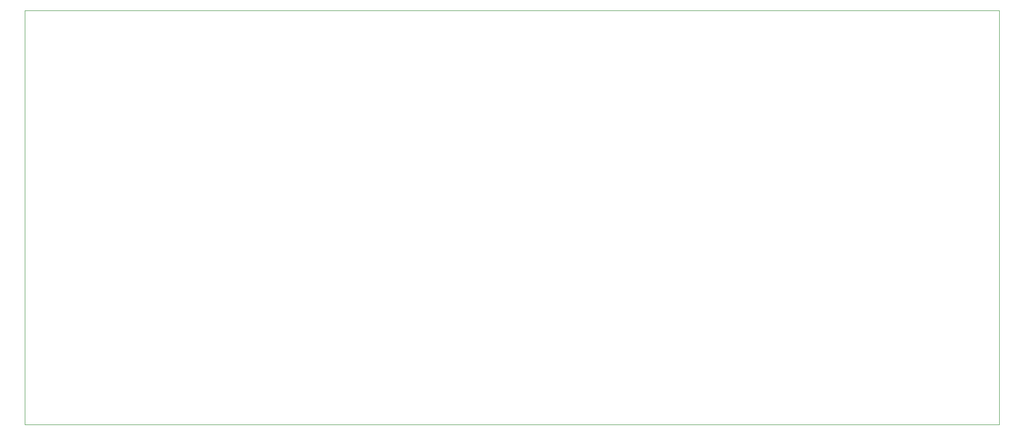
<source format=gbr>
%TF.GenerationSoftware,KiCad,Pcbnew,(6.0.0)*%
%TF.CreationDate,2022-01-24T17:43:36-05:00*%
%TF.ProjectId,TI thermostat esp32,54492074-6865-4726-9d6f-737461742065,rev?*%
%TF.SameCoordinates,Original*%
%TF.FileFunction,Profile,NP*%
%FSLAX46Y46*%
G04 Gerber Fmt 4.6, Leading zero omitted, Abs format (unit mm)*
G04 Created by KiCad (PCBNEW (6.0.0)) date 2022-01-24 17:43:36*
%MOMM*%
%LPD*%
G01*
G04 APERTURE LIST*
%TA.AperFunction,Profile*%
%ADD10C,0.100000*%
%TD*%
G04 APERTURE END LIST*
D10*
X49917000Y-54280000D02*
X222954500Y-54280000D01*
X222954500Y-54280000D02*
X222954500Y-127870000D01*
X49917000Y-54280000D02*
X49917000Y-127870000D01*
X222954500Y-127870000D02*
X49917000Y-127870000D01*
M02*

</source>
